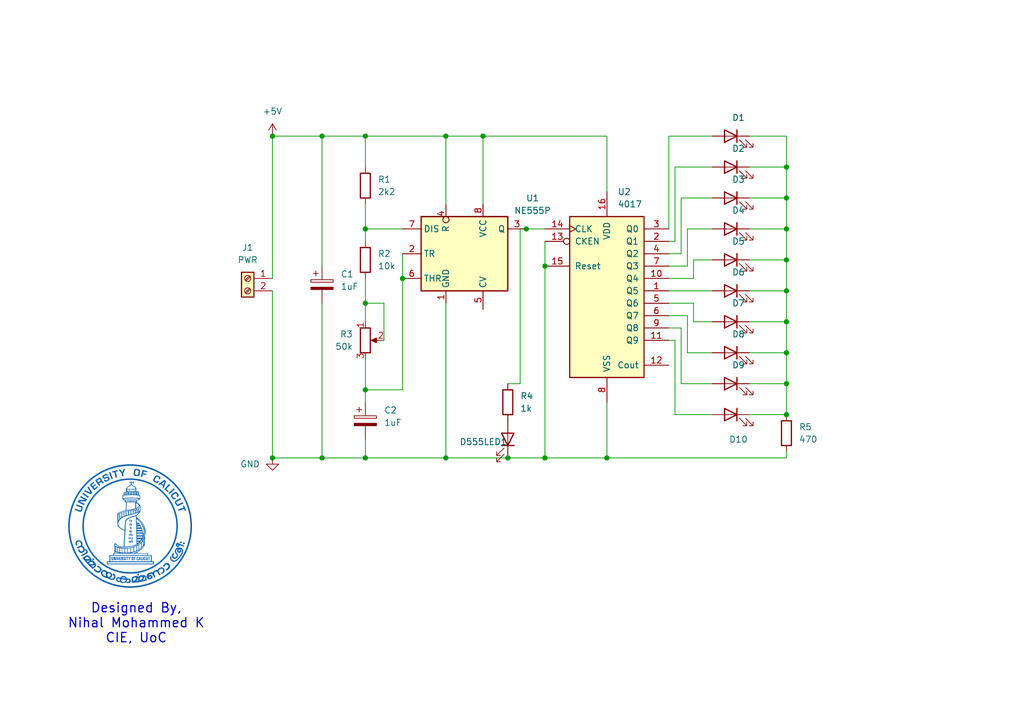
<source format=kicad_sch>
(kicad_sch (version 20231120) (generator "eeschema") (generator_version "8.0")
  (paper "A5")
  (title_block (title "Flowing LEDs") (date "2025-02-27") (company "Nihal Mohammed K"))
  (lib_symbols
    (symbol "4xxx:4017" (pin_names (offset 1.016))
      (property "Reference" "U" (at -7.62 16.51 0))
      (property "Value" "4017" (at -7.62 -19.05 0))
      (symbol "4017_1_0"
        (pin output line (at 12.7 0 180) (length 5.08) (name "Q5") (number "1"))
        (pin output line (at 12.7 2.54 180) (length 5.08) (name "Q4") (number "10"))
        (pin output line (at 12.7 -10.16 180) (length 5.08) (name "Q9") (number "11"))
        (pin output line (at 12.7 -15.24 180) (length 5.08) (name "Cout") (number "12"))
        (pin input inverted (at -12.7 10.16 0) (length 5.08) (name "CKEN") (number "13"))
        (pin input clock (at -12.7 12.7 0) (length 5.08) (name "CLK") (number "14"))
        (pin input line (at -12.7 5.08 0) (length 5.08) (name "Reset") (number "15"))
        (pin power_in line (at 0 20.32 270) (length 5.08) (name "VDD") (number "16"))
        (pin output line (at 12.7 10.16 180) (length 5.08) (name "Q1") (number "2"))
        (pin output line (at 12.7 12.7 180) (length 5.08) (name "Q0") (number "3"))
        (pin output line (at 12.7 7.62 180) (length 5.08) (name "Q2") (number "4"))
        (pin output line (at 12.7 -2.54 180) (length 5.08) (name "Q6") (number "5"))
        (pin output line (at 12.7 -5.08 180) (length 5.08) (name "Q7") (number "6"))
        (pin output line (at 12.7 5.08 180) (length 5.08) (name "Q3") (number "7"))
        (pin power_in line (at 0 -22.86 90) (length 5.08) (name "VSS") (number "8"))
        (pin output line (at 12.7 -7.62 180) (length 5.08) (name "Q8") (number "9"))
      )
      (symbol "4017_1_1"
        (rectangle (start -7.62 15.24) (end 7.62 -17.78) (stroke (width 0.254)) (fill (type background)))
      )
    )
    (symbol "Connector:Screw_Terminal_01x02" (pin_names (offset 1.016) hide)
      (property "Reference" "J" (at 0 2.54 0))
      (property "Value" "Screw_Terminal_01x02" (at 0 -5.08 0))
      (symbol "Screw_Terminal_01x02_1_1"
        (rectangle (start -1.27 1.27) (end 1.27 -3.81) (stroke (width 0.254)) (fill (type background)))
        (circle (center 0 -2.54) (radius 0.635) (stroke (width 0.1524)))
        (polyline (pts (xy -0.5334 -2.2098) (xy 0.3302 -3.048)) (stroke (width 0.1524)))
        (polyline (pts (xy -0.5334 0.3302) (xy 0.3302 -0.508)) (stroke (width 0.1524)))
        (polyline (pts (xy -0.3556 -2.032) (xy 0.508 -2.8702)) (stroke (width 0.1524)))
        (polyline (pts (xy -0.3556 0.508) (xy 0.508 -0.3302)) (stroke (width 0.1524)))
        (circle (center 0 0) (radius 0.635) (stroke (width 0.1524)))
        (pin passive line (at -5.08 0 0) (length 3.81) (name "Pin_1") (number "1"))
        (pin passive line (at -5.08 -2.54 0) (length 3.81) (name "Pin_2") (number "2"))
      )
    )
    (symbol "Device:C_Polarized" (pin_numbers hide) (pin_names (offset 0.254))
      (property "Reference" "C" (at 0.635 2.54 0))
      (property "Value" "C_Polarized" (at 0.635 -2.54 0))
      (symbol "C_Polarized_0_1"
        (rectangle (start -2.286 0.508) (end 2.286 1.016))
        (polyline (pts (xy -1.778 2.286) (xy -0.762 2.286)))
        (polyline (pts (xy -1.27 2.794) (xy -1.27 1.778)))
        (rectangle (start 2.286 -0.508) (end -2.286 -1.016) (fill (type outline)))
      )
      (symbol "C_Polarized_1_1"
        (pin passive line (at 0 3.81 270) (length 2.794) (name "~") (number "1"))
        (pin passive line (at 0 -3.81 90) (length 2.794) (name "~") (number "2"))
      )
    )
    (symbol "Device:LED" (pin_numbers hide) (pin_names (offset 1.016) hide)
      (property "Reference" "D" (at 0 2.54 0))
      (property "Value" "LED" (at 0 -2.54 0))
      (symbol "LED_0_1"
        (polyline (pts (xy -1.27 -1.27) (xy -1.27 1.27)) (stroke (width 0.254)))
        (polyline (pts (xy -1.27 0) (xy 1.27 0)))
        (polyline (pts (xy 1.27 -1.27) (xy 1.27 1.27) (xy -1.27 0) (xy 1.27 -1.27)) (stroke (width 0.254)))
        (polyline (pts (xy -3.048 -0.762) (xy -4.572 -2.286) (xy -3.81 -2.286) (xy -4.572 -2.286) (xy -4.572 -1.524)))
        (polyline (pts (xy -1.778 -0.762) (xy -3.302 -2.286) (xy -2.54 -2.286) (xy -3.302 -2.286) (xy -3.302 -1.524)))
      )
      (symbol "LED_1_1"
        (pin passive line (at -3.81 0 0) (length 2.54) (name "K") (number "1"))
        (pin passive line (at 3.81 0 180) (length 2.54) (name "A") (number "2"))
      )
    )
    (symbol "Device:R" (pin_numbers hide) (pin_names (offset 0))
      (property "Reference" "R" (at 2.032 0 90))
      (property "Value" "R" (at 0 0 90))
      (symbol "R_0_1"
        (rectangle (start -1.016 -2.54) (end 1.016 2.54) (stroke (width 0.254)))
      )
      (symbol "R_1_1"
        (pin passive line (at 0 3.81 270) (length 1.27) (name "~") (number "1"))
        (pin passive line (at 0 -3.81 90) (length 1.27) (name "~") (number "2"))
      )
    )
    (symbol "Device:R_Potentiometer" (pin_names (offset 1.016) hide)
      (property "Reference" "RV" (at -4.445 0 90))
      (property "Value" "R_Potentiometer" (at -2.54 0 90))
      (symbol "R_Potentiometer_0_1"
        (polyline (pts (xy 2.54 0) (xy 1.524 0)))
        (polyline (pts (xy 1.143 0) (xy 2.286 0.508) (xy 2.286 -0.508) (xy 1.143 0)) (fill (type outline)))
        (rectangle (start 1.016 2.54) (end -1.016 -2.54) (stroke (width 0.254)))
      )
      (symbol "R_Potentiometer_1_1"
        (pin passive line (at 0 3.81 270) (length 1.27) (name "1") (number "1"))
        (pin passive line (at 3.81 0 180) (length 1.27) (name "2") (number "2"))
        (pin passive line (at 0 -3.81 90) (length 1.27) (name "3") (number "3"))
      )
    )
    (symbol "Timer:NE555P"
      (property "Reference" "U1" (at -1.27 -1.27 0))
      (property "Value" "NE555P" (at -3.81 1.27 0))
      (symbol "NE555P_0_0"
        (pin power_in line (at -3.81 -10.16 90) (length 2.54) (name "GND") (number "1"))
        (pin power_in line (at 3.81 10.16 270) (length 2.54) (name "VCC") (number "8"))
      )
      (symbol "NE555P_0_1"
        (rectangle (start -8.89 -7.62) (end 8.89 7.62) (stroke (width 0.254)) (fill (type background)))
        (rectangle (start -8.89 -7.62) (end 8.89 7.62) (stroke (width 0.254)) (fill (type background)))
      )
      (symbol "NE555P_1_1"
        (pin input line (at -12.7 0 0) (length 3.81) (name "TR") (number "2"))
        (pin output line (at 12.7 5.08 180) (length 3.81) (name "Q") (number "3"))
        (pin input inverted (at -3.81 10.16 270) (length 3.81) (name "R") (number "4"))
        (pin input line (at 3.81 -11.43 90) (length 3.81) (name "CV") (number "5"))
        (pin input line (at -12.7 -5.08 0) (length 3.81) (name "THR") (number "6"))
        (pin input line (at -12.7 5.08 0) (length 3.81) (name "DIS") (number "7"))
      )
    )
    (symbol "power:+5V" (power) (pin_numbers hide) (pin_names (offset 0) hide)
      (property "Value" "+5V" (at 0 3.556 0))
      (symbol "+5V_0_1"
        (polyline (pts (xy -0.762 1.27) (xy 0 2.54)))
        (polyline (pts (xy 0 0) (xy 0 2.54)))
        (polyline (pts (xy 0 2.54) (xy 0.762 1.27)))
      )
      (symbol "+5V_1_1"
        (pin power_in line (at 0 0 90) (length 0) (name "~") (number "1"))
      )
    )
    (symbol "power:GND" (power) (pin_numbers hide) (pin_names (offset 0) hide)
      (property "Value" "GND" (at 0 -3.81 0))
      (symbol "GND_0_1"
        (polyline (pts (xy 0 0) (xy 0 -1.27) (xy 1.27 -1.27) (xy 0 -2.54) (xy -1.27 -1.27) (xy 0 -1.27)))
      )
      (symbol "GND_1_1"
        (pin power_in line (at 0 0 270) (length 0) (name "~") (number "1"))
      )
    )
  )
  (junction (at 74.93 27.94))
  (junction (at 161.29 85.09))
  (junction (at 161.29 46.99))
  (junction (at 161.29 66.04))
  (junction (at 161.29 72.39))
  (junction (at 161.29 53.34))
  (junction (at 104.14 93.98))
  (junction (at 91.44 93.98))
  (junction (at 91.44 27.94))
  (junction (at 111.76 93.98))
  (junction (at 161.29 34.29))
  (junction (at 124.46 93.98))
  (junction (at 74.93 62.23))
  (junction (at 161.29 40.64))
  (junction (at 74.93 93.98))
  (junction (at 55.88 27.94))
  (junction (at 66.04 27.94))
  (junction (at 66.04 93.98))
  (junction (at 99.06 27.94))
  (junction (at 82.55 57.15))
  (junction (at 74.93 46.99))
  (junction (at 74.93 80.01))
  (junction (at 161.29 78.74))
  (junction (at 55.88 93.98))
  (junction (at 107.95 46.99))
  (junction (at 111.76 54.61))
  (junction (at 161.29 59.69))
  (wire (pts (xy 153.67 85.09) (xy 161.29 85.09)))
  (wire (pts (xy 104.14 78.74) (xy 106.68 78.74)))
  (wire (pts (xy 161.29 53.34) (xy 161.29 59.69)))
  (wire (pts (xy 99.06 27.94) (xy 99.06 41.91)))
  (wire (pts (xy 137.16 54.61) (xy 140.97 54.61)))
  (wire (pts (xy 137.16 69.85) (xy 138.43 69.85)))
  (wire (pts (xy 74.93 73.66) (xy 74.93 80.01)))
  (wire (pts (xy 137.16 67.31) (xy 139.7 67.31)))
  (wire (pts (xy 55.88 93.98) (xy 66.04 93.98)))
  (wire (pts (xy 140.97 64.77) (xy 140.97 72.39)))
  (wire (pts (xy 138.43 49.53) (xy 137.16 49.53)))
  (wire (pts (xy 82.55 80.01) (xy 74.93 80.01)))
  (wire (pts (xy 91.44 62.23) (xy 91.44 93.98)))
  (wire (pts (xy 74.93 93.98) (xy 91.44 93.98)))
  (wire (pts (xy 140.97 72.39) (xy 146.05 72.39)))
  (wire (pts (xy 107.95 46.99) (xy 111.76 46.99)))
  (wire (pts (xy 161.29 78.74) (xy 161.29 85.09)))
  (wire (pts (xy 124.46 27.94) (xy 124.46 39.37)))
  (wire (pts (xy 153.67 53.34) (xy 161.29 53.34)))
  (wire (pts (xy 106.68 46.99) (xy 107.95 46.99)))
  (wire (pts (xy 153.67 34.29) (xy 161.29 34.29)))
  (wire (pts (xy 74.93 80.01) (xy 74.93 82.55)))
  (wire (pts (xy 153.67 27.94) (xy 161.29 27.94)))
  (wire (pts (xy 139.7 40.64) (xy 146.05 40.64)))
  (wire (pts (xy 161.29 40.64) (xy 161.29 46.99)))
  (wire (pts (xy 74.93 27.94) (xy 91.44 27.94)))
  (wire (pts (xy 66.04 27.94) (xy 74.93 27.94)))
  (wire (pts (xy 74.93 27.94) (xy 74.93 34.29)))
  (wire (pts (xy 137.16 64.77) (xy 140.97 64.77)))
  (wire (pts (xy 82.55 57.15) (xy 82.55 80.01)))
  (wire (pts (xy 140.97 54.61) (xy 140.97 46.99)))
  (wire (pts (xy 146.05 34.29) (xy 138.43 34.29)))
  (wire (pts (xy 66.04 62.23) (xy 66.04 93.98)))
  (wire (pts (xy 142.24 53.34) (xy 146.05 53.34)))
  (wire (pts (xy 138.43 85.09) (xy 146.05 85.09)))
  (wire (pts (xy 137.16 62.23) (xy 142.24 62.23)))
  (wire (pts (xy 104.14 93.98) (xy 111.76 93.98)))
  (wire (pts (xy 111.76 93.98) (xy 124.46 93.98)))
  (wire (pts (xy 137.16 59.69) (xy 146.05 59.69)))
  (wire (pts (xy 66.04 93.98) (xy 74.93 93.98)))
  (wire (pts (xy 82.55 52.07) (xy 82.55 57.15)))
  (wire (pts (xy 161.29 72.39) (xy 161.29 78.74)))
  (wire (pts (xy 99.06 27.94) (xy 124.46 27.94)))
  (wire (pts (xy 74.93 41.91) (xy 74.93 46.99)))
  (wire (pts (xy 140.97 46.99) (xy 146.05 46.99)))
  (wire (pts (xy 91.44 41.91) (xy 91.44 27.94)))
  (wire (pts (xy 91.44 93.98) (xy 104.14 93.98)))
  (wire (pts (xy 139.7 67.31) (xy 139.7 78.74)))
  (wire (pts (xy 153.67 40.64) (xy 161.29 40.64)))
  (wire (pts (xy 55.88 93.98) (xy 55.88 59.69)))
  (wire (pts (xy 74.93 90.17) (xy 74.93 93.98)))
  (wire (pts (xy 139.7 78.74) (xy 146.05 78.74)))
  (wire (pts (xy 153.67 59.69) (xy 161.29 59.69)))
  (wire (pts (xy 74.93 57.15) (xy 74.93 62.23)))
  (wire (pts (xy 161.29 59.69) (xy 161.29 66.04)))
  (wire (pts (xy 139.7 52.07) (xy 139.7 40.64)))
  (wire (pts (xy 138.43 69.85) (xy 138.43 85.09)))
  (wire (pts (xy 142.24 62.23) (xy 142.24 66.04)))
  (wire (pts (xy 111.76 49.53) (xy 111.76 54.61)))
  (wire (pts (xy 161.29 27.94) (xy 161.29 34.29)))
  (wire (pts (xy 78.74 62.23) (xy 74.93 62.23)))
  (wire (pts (xy 146.05 27.94) (xy 137.16 27.94)))
  (wire (pts (xy 74.93 62.23) (xy 74.93 66.04)))
  (wire (pts (xy 161.29 66.04) (xy 161.29 72.39)))
  (wire (pts (xy 138.43 34.29) (xy 138.43 49.53)))
  (wire (pts (xy 153.67 72.39) (xy 161.29 72.39)))
  (wire (pts (xy 153.67 78.74) (xy 161.29 78.74)))
  (wire (pts (xy 55.88 27.94) (xy 66.04 27.94)))
  (wire (pts (xy 124.46 93.98) (xy 161.29 93.98)))
  (wire (pts (xy 91.44 27.94) (xy 99.06 27.94)))
  (wire (pts (xy 74.93 46.99) (xy 74.93 49.53)))
  (wire (pts (xy 161.29 92.71) (xy 161.29 93.98)))
  (wire (pts (xy 142.24 57.15) (xy 142.24 53.34)))
  (wire (pts (xy 137.16 27.94) (xy 137.16 46.99)))
  (wire (pts (xy 161.29 46.99) (xy 161.29 53.34)))
  (wire (pts (xy 142.24 66.04) (xy 146.05 66.04)))
  (wire (pts (xy 66.04 27.94) (xy 66.04 54.61)))
  (wire (pts (xy 55.88 57.15) (xy 55.88 27.94)))
  (wire (pts (xy 137.16 52.07) (xy 139.7 52.07)))
  (wire (pts (xy 161.29 34.29) (xy 161.29 40.64)))
  (wire (pts (xy 78.74 69.85) (xy 78.74 62.23)))
  (wire (pts (xy 137.16 57.15) (xy 142.24 57.15)))
  (wire (pts (xy 153.67 46.99) (xy 161.29 46.99)))
  (wire (pts (xy 106.68 78.74) (xy 106.68 46.99)))
  (wire (pts (xy 124.46 82.55) (xy 124.46 93.98)))
  (wire (pts (xy 153.67 66.04) (xy 161.29 66.04)))
  (wire (pts (xy 111.76 54.61) (xy 111.76 93.98)))
  (wire (pts (xy 74.93 46.99) (xy 82.55 46.99)))
  (image (at 26.67 107.95) (scale 0.949418))
  (text "Designed By,\nNihal Mohammed K\nCIE, UoC" (at 27.94 128.016 0) (effects (font (size 1.905 1.905) (thickness 0.2381))))
  (symbol (lib_id "Device:LED") (at 149.86 85.09 0) (mirror y) (unit 1)
    (property "Reference" "D10" (at 151.4475 90.17 0))
    (property "Value" "LED" (effects (hide yes)))
    (property "Footprint" "LED_THT:LED_D3.0mm" (effects (hide yes)))
    (property "Description" "Light emitting diode" (effects (hide yes)))
  )
  (symbol (lib_id "Device:C_Polarized") (at 74.93 86.36 0) (unit 1)
    (property "Reference" "C2" (at 78.74 84.2009 0) (effects (justify left)))
    (property "Value" "1uF" (at 78.74 86.7409 0) (effects (justify left)))
    (property "Footprint" "Capacitor_THT:CP_Radial_D6.3mm_P2.50mm" (effects (hide yes)))
    (property "Description" "Polarized capacitor" (effects (hide yes)))
  )
  (symbol (lib_id "Device:LED") (at 149.86 59.69 0) (mirror y) (unit 1)
    (property "Reference" "D6" (at 151.4475 55.88 0))
    (property "Value" "LED" (effects (hide yes)))
    (property "Footprint" "LED_THT:LED_D3.0mm" (effects (hide yes)))
    (property "Description" "Light emitting diode" (effects (hide yes)))
  )
  (symbol (lib_id "Device:R") (at 74.93 38.1 180) (unit 1)
    (property "Reference" "R1" (at 77.47 36.8299 0) (effects (justify right)))
    (property "Value" "2k2" (at 77.47 39.3699 0) (effects (justify right)))
    (property "Footprint" "Resistor_THT:R_Axial_DIN0207_L6.3mm_D2.5mm_P10.16mm_Horizontal" (effects (hide yes)))
    (property "Description" "Resistor" (effects (hide yes)))
  )
  (symbol (lib_id "Device:R") (at 104.14 82.55 0) (unit 1)
    (property "Reference" "R4" (at 106.68 81.2799 0) (effects (justify left)))
    (property "Value" "1k" (at 106.68 83.8199 0) (effects (justify left)))
    (property "Footprint" "Resistor_THT:R_Axial_DIN0207_L6.3mm_D2.5mm_P10.16mm_Horizontal" (effects (hide yes)))
    (property "Description" "Resistor" (effects (hide yes)))
  )
  (symbol (lib_id "Device:LED") (at 149.86 46.99 0) (mirror y) (unit 1)
    (property "Reference" "D4" (at 151.4475 43.18 0))
    (property "Value" "LED" (effects (hide yes)))
    (property "Footprint" "LED_THT:LED_D3.0mm" (effects (hide yes)))
    (property "Description" "Light emitting diode" (effects (hide yes)))
  )
  (symbol (lib_id "Timer:NE555P") (at 95.25 52.07 0) (unit 1)
    (property "Reference" "U1" (at 109.22 40.6714 0))
    (property "Value" "NE555P" (at 109.22 43.2114 0))
    (property "Footprint" "Package_DIP:DIP-8_W7.62mm" (effects (hide yes)))
    (property "Datasheet" "http://www.ti.com/lit/ds/symlink/ne555.pdf" (effects (hide yes)))
    (property "Description" "Precision Timers, 555 compatible,  PDIP-8" (effects (hide yes)))
  )
  (symbol (lib_id "Device:R_Potentiometer") (at 74.93 69.85 0) (unit 1)
    (property "Reference" "R3" (at 72.39 68.5799 0) (effects (justify right)))
    (property "Value" "50k" (at 72.39 71.1199 0) (effects (justify right)))
    (property "Footprint" "Potentiometer_THT:Potentiometer_ACP_CA6-H2,5_Horizontal" (effects (hide yes)))
    (property "Description" "Potentiometer" (effects (hide yes)))
  )
  (symbol (lib_id "Device:LED") (at 149.86 72.39 0) (mirror y) (unit 1)
    (property "Reference" "D8" (at 151.4475 68.58 0))
    (property "Value" "LED" (effects (hide yes)))
    (property "Footprint" "LED_THT:LED_D3.0mm" (effects (hide yes)))
    (property "Description" "Light emitting diode" (effects (hide yes)))
  )
  (symbol (lib_id "Device:LED") (at 149.86 34.29 0) (mirror y) (unit 1)
    (property "Reference" "D2" (at 151.4475 30.48 0))
    (property "Value" "LED" (effects (hide yes)))
    (property "Footprint" "LED_THT:LED_D3.0mm" (effects (hide yes)))
    (property "Description" "Light emitting diode" (effects (hide yes)))
  )
  (symbol (lib_id "Device:R") (at 74.93 53.34 0) (unit 1)
    (property "Reference" "R2" (at 77.47 52.0699 0) (effects (justify left)))
    (property "Value" "10k" (at 77.47 54.6099 0) (effects (justify left)))
    (property "Footprint" "Resistor_THT:R_Axial_DIN0207_L6.3mm_D2.5mm_P10.16mm_Horizontal" (effects (hide yes)))
    (property "Description" "Resistor" (effects (hide yes)))
  )
  (symbol (lib_id "Connector:Screw_Terminal_01x02") (at 50.8 57.15 0) (mirror y) (unit 1)
    (property "Reference" "J1" (at 50.8 50.8 0))
    (property "Value" "PWR" (at 50.8 53.34 0))
    (property "Footprint" "TerminalBlock_Phoenix:TerminalBlock_Phoenix_MKDS-1,5-2-5.08_1x02_P5.08mm_Horizontal" (effects (hide yes)))
    (property "Description" "Generic screw terminal, single row, 01x02, script generated (kicad-library-utils/schlib/autogen/connector/)" (effects (hide yes)))
  )
  (symbol (lib_id "power:+5V") (at 55.88 27.94 0) (unit 1)
    (property "Reference" "#PWR01" (effects (hide yes)))
    (property "Value" "+5V" (at 55.88 22.86 0))
    (property "Description" "Power symbol creates a global label with name \"+5V\"" (effects (hide yes)))
  )
  (symbol (lib_id "4xxx:4017") (at 124.46 59.69 0) (unit 1)
    (property "Reference" "U2" (at 126.6541 39.37 0) (effects (justify left)))
    (property "Value" "4017" (at 126.6541 41.91 0) (effects (justify left)))
    (property "Footprint" "Package_DIP:CERDIP-16_W7.62mm_SideBrazed_LongPads" (effects (hide yes)))
    (property "Datasheet" "http://www.intersil.com/content/dam/Intersil/documents/cd40/cd4017bms-22bms.pdf" (effects (hide yes)))
    (property "Description" "Johnson Counter ( 10 outputs )" (effects (hide yes)))
  )
  (symbol (lib_id "Device:LED") (at 149.86 78.74 0) (mirror y) (unit 1)
    (property "Reference" "D9" (at 151.4475 74.93 0))
    (property "Value" "LED" (effects (hide yes)))
    (property "Footprint" "LED_THT:LED_D3.0mm" (effects (hide yes)))
    (property "Description" "Light emitting diode" (effects (hide yes)))
  )
  (symbol (lib_id "Device:LED") (at 149.86 53.34 0) (mirror y) (unit 1)
    (property "Reference" "D5" (at 151.4475 49.53 0))
    (property "Value" "LED" (effects (hide yes)))
    (property "Footprint" "LED_THT:LED_D3.0mm" (effects (hide yes)))
    (property "Description" "Light emitting diode" (effects (hide yes)))
  )
  (symbol (lib_id "Device:LED") (at 149.86 40.64 0) (mirror y) (unit 1)
    (property "Reference" "D3" (at 151.4475 36.83 0))
    (property "Value" "LED" (effects (hide yes)))
    (property "Footprint" "LED_THT:LED_D3.0mm" (effects (hide yes)))
    (property "Description" "Light emitting diode" (effects (hide yes)))
  )
  (symbol (lib_id "Device:LED") (at 104.14 90.17 270) (mirror x) (unit 1)
    (property "Reference" "D555LED1" (at 94.234 90.678 90) (effects (justify left)))
    (property "Value" "LED" (effects (hide yes)))
    (property "Footprint" "LED_THT:LED_D3.0mm" (effects (hide yes)))
    (property "Description" "Light emitting diode" (effects (hide yes)))
  )
  (symbol (lib_id "Device:LED") (at 149.86 66.04 0) (mirror y) (unit 1)
    (property "Reference" "D7" (at 151.4475 62.23 0))
    (property "Value" "LED" (effects (hide yes)))
    (property "Footprint" "LED_THT:LED_D3.0mm" (effects (hide yes)))
    (property "Description" "Light emitting diode" (effects (hide yes)))
  )
  (symbol (lib_id "Device:R") (at 161.29 88.9 0) (unit 1)
    (property "Reference" "R5" (at 163.83 87.6299 0) (effects (justify left)))
    (property "Value" "470" (at 163.83 90.1699 0) (effects (justify left)))
    (property "Footprint" "Resistor_THT:R_Axial_DIN0207_L6.3mm_D2.5mm_P10.16mm_Horizontal" (effects (hide yes)))
    (property "Description" "Resistor" (effects (hide yes)))
  )
  (symbol (lib_id "Device:C_Polarized") (at 66.04 58.42 0) (unit 1)
    (property "Reference" "C1" (at 69.85 56.2609 0) (effects (justify left)))
    (property "Value" "1uF" (at 69.85 58.8009 0) (effects (justify left)))
    (property "Footprint" "Capacitor_THT:CP_Radial_D6.3mm_P2.50mm" (effects (hide yes)))
    (property "Description" "Polarized capacitor" (effects (hide yes)))
  )
  (symbol (lib_id "power:GND") (at 55.88 93.98 0) (unit 1)
    (property "Reference" "#PWR02" (effects (hide yes)))
    (property "Value" "GND" (at 53.34 95.2499 0) (effects (justify right)))
    (property "Description" "Power symbol creates a global label with name \"GND\" , ground" (effects (hide yes)))
  )
  (symbol (lib_id "Device:LED") (at 149.86 27.94 0) (mirror y) (unit 1)
    (property "Reference" "D1" (at 151.4475 24.13 0))
    (property "Value" "LED" (effects (hide yes)))
    (property "Footprint" "LED_THT:LED_D3.0mm" (effects (hide yes)))
    (property "Description" "Light emitting diode" (effects (hide yes)))
  )
)
</source>
